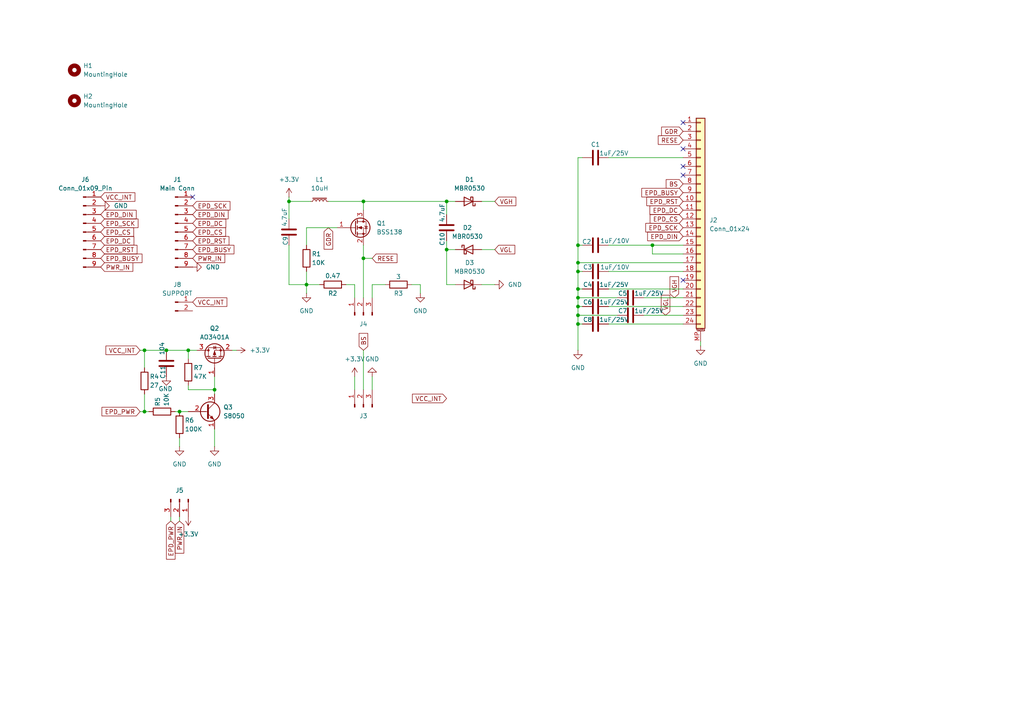
<source format=kicad_sch>
(kicad_sch (version 20231120) (generator "eeschema") (generator_version "8.0")
  (paper "A4")
  (lib_symbols
    (symbol "Connector:Conn_01x02_Pin" (pin_names (offset 1.016) hide)
      (property "Reference" "J" (at 0 2.54 0))
      (property "Value" "Conn_01x02_Pin" (at 0 -5.08 0))
      (symbol "Conn_01x02_Pin_1_1"
        (polyline (pts (xy 1.27 -2.54) (xy 0.8636 -2.54)) (stroke (width 0.1524)))
        (polyline (pts (xy 1.27 0) (xy 0.8636 0)) (stroke (width 0.1524)))
        (rectangle (start 0.8636 -2.413) (end 0 -2.667) (stroke (width 0.1524)) (fill (type outline)))
        (rectangle (start 0.8636 0.127) (end 0 -0.127) (stroke (width 0.1524)) (fill (type outline)))
        (pin passive line (at 5.08 0 180) (length 3.81) (name "Pin_1") (number "1"))
        (pin passive line (at 5.08 -2.54 180) (length 3.81) (name "Pin_2") (number "2"))
      )
    )
    (symbol "Connector:Conn_01x03_Pin" (pin_names (offset 1.016) hide)
      (property "Reference" "J" (at 0 5.08 0))
      (property "Value" "Conn_01x03_Pin" (at 0 -5.08 0))
      (symbol "Conn_01x03_Pin_1_1"
        (polyline (pts (xy 1.27 -2.54) (xy 0.8636 -2.54)) (stroke (width 0.1524)))
        (polyline (pts (xy 1.27 0) (xy 0.8636 0)) (stroke (width 0.1524)))
        (polyline (pts (xy 1.27 2.54) (xy 0.8636 2.54)) (stroke (width 0.1524)))
        (rectangle (start 0.8636 -2.413) (end 0 -2.667) (stroke (width 0.1524)) (fill (type outline)))
        (rectangle (start 0.8636 0.127) (end 0 -0.127) (stroke (width 0.1524)) (fill (type outline)))
        (rectangle (start 0.8636 2.667) (end 0 2.413) (stroke (width 0.1524)) (fill (type outline)))
        (pin passive line (at 5.08 2.54 180) (length 3.81) (name "Pin_1") (number "1"))
        (pin passive line (at 5.08 0 180) (length 3.81) (name "Pin_2") (number "2"))
        (pin passive line (at 5.08 -2.54 180) (length 3.81) (name "Pin_3") (number "3"))
      )
    )
    (symbol "Connector:Conn_01x09_Pin" (pin_names (offset 1.016) hide)
      (property "Reference" "J" (at 0 12.7 0))
      (property "Value" "Conn_01x09_Pin" (at 0 -12.7 0))
      (symbol "Conn_01x09_Pin_1_1"
        (polyline (pts (xy 1.27 -10.16) (xy 0.8636 -10.16)) (stroke (width 0.1524)))
        (polyline (pts (xy 1.27 -7.62) (xy 0.8636 -7.62)) (stroke (width 0.1524)))
        (polyline (pts (xy 1.27 -5.08) (xy 0.8636 -5.08)) (stroke (width 0.1524)))
        (polyline (pts (xy 1.27 -2.54) (xy 0.8636 -2.54)) (stroke (width 0.1524)))
        (polyline (pts (xy 1.27 0) (xy 0.8636 0)) (stroke (width 0.1524)))
        (polyline (pts (xy 1.27 2.54) (xy 0.8636 2.54)) (stroke (width 0.1524)))
        (polyline (pts (xy 1.27 5.08) (xy 0.8636 5.08)) (stroke (width 0.1524)))
        (polyline (pts (xy 1.27 7.62) (xy 0.8636 7.62)) (stroke (width 0.1524)))
        (polyline (pts (xy 1.27 10.16) (xy 0.8636 10.16)) (stroke (width 0.1524)))
        (rectangle (start 0.8636 -10.033) (end 0 -10.287) (stroke (width 0.1524)) (fill (type outline)))
        (rectangle (start 0.8636 -7.493) (end 0 -7.747) (stroke (width 0.1524)) (fill (type outline)))
        (rectangle (start 0.8636 -4.953) (end 0 -5.207) (stroke (width 0.1524)) (fill (type outline)))
        (rectangle (start 0.8636 -2.413) (end 0 -2.667) (stroke (width 0.1524)) (fill (type outline)))
        (rectangle (start 0.8636 0.127) (end 0 -0.127) (stroke (width 0.1524)) (fill (type outline)))
        (rectangle (start 0.8636 2.667) (end 0 2.413) (stroke (width 0.1524)) (fill (type outline)))
        (rectangle (start 0.8636 5.207) (end 0 4.953) (stroke (width 0.1524)) (fill (type outline)))
        (rectangle (start 0.8636 7.747) (end 0 7.493) (stroke (width 0.1524)) (fill (type outline)))
        (rectangle (start 0.8636 10.287) (end 0 10.033) (stroke (width 0.1524)) (fill (type outline)))
        (pin passive line (at 5.08 10.16 180) (length 3.81) (name "Pin_1") (number "1"))
        (pin passive line (at 5.08 7.62 180) (length 3.81) (name "Pin_2") (number "2"))
        (pin passive line (at 5.08 5.08 180) (length 3.81) (name "Pin_3") (number "3"))
        (pin passive line (at 5.08 2.54 180) (length 3.81) (name "Pin_4") (number "4"))
        (pin passive line (at 5.08 0 180) (length 3.81) (name "Pin_5") (number "5"))
        (pin passive line (at 5.08 -2.54 180) (length 3.81) (name "Pin_6") (number "6"))
        (pin passive line (at 5.08 -5.08 180) (length 3.81) (name "Pin_7") (number "7"))
        (pin passive line (at 5.08 -7.62 180) (length 3.81) (name "Pin_8") (number "8"))
        (pin passive line (at 5.08 -10.16 180) (length 3.81) (name "Pin_9") (number "9"))
      )
    )
    (symbol "Connector_Generic_MountingPin:Conn_01x24_MountingPin" (pin_names (offset 1.016) hide)
      (property "Reference" "J" (at 0 30.48 0))
      (property "Value" "Conn_01x24_MountingPin" (at 1.27 -33.02 0))
      (symbol "Conn_01x24_MountingPin_1_1"
        (rectangle (start -1.27 -30.353) (end 0 -30.607) (stroke (width 0.1524)))
        (rectangle (start -1.27 -27.813) (end 0 -28.067) (stroke (width 0.1524)))
        (rectangle (start -1.27 -25.273) (end 0 -25.527) (stroke (width 0.1524)))
        (rectangle (start -1.27 -22.733) (end 0 -22.987) (stroke (width 0.1524)))
        (rectangle (start -1.27 -20.193) (end 0 -20.447) (stroke (width 0.1524)))
        (rectangle (start -1.27 -17.653) (end 0 -17.907) (stroke (width 0.1524)))
        (rectangle (start -1.27 -15.113) (end 0 -15.367) (stroke (width 0.1524)))
        (rectangle (start -1.27 -12.573) (end 0 -12.827) (stroke (width 0.1524)))
        (rectangle (start -1.27 -10.033) (end 0 -10.287) (stroke (width 0.1524)))
        (rectangle (start -1.27 -7.493) (end 0 -7.747) (stroke (width 0.1524)))
        (rectangle (start -1.27 -4.953) (end 0 -5.207) (stroke (width 0.1524)))
        (rectangle (start -1.27 -2.413) (end 0 -2.667) (stroke (width 0.1524)))
        (rectangle (start -1.27 0.127) (end 0 -0.127) (stroke (width 0.1524)))
        (rectangle (start -1.27 2.667) (end 0 2.413) (stroke (width 0.1524)))
        (rectangle (start -1.27 5.207) (end 0 4.953) (stroke (width 0.1524)))
        (rectangle (start -1.27 7.747) (end 0 7.493) (stroke (width 0.1524)))
        (rectangle (start -1.27 10.287) (end 0 10.033) (stroke (width 0.1524)))
        (rectangle (start -1.27 12.827) (end 0 12.573) (stroke (width 0.1524)))
        (rectangle (start -1.27 15.367) (end 0 15.113) (stroke (width 0.1524)))
        (rectangle (start -1.27 17.907) (end 0 17.653) (stroke (width 0.1524)))
        (rectangle (start -1.27 20.447) (end 0 20.193) (stroke (width 0.1524)))
        (rectangle (start -1.27 22.987) (end 0 22.733) (stroke (width 0.1524)))
        (rectangle (start -1.27 25.527) (end 0 25.273) (stroke (width 0.1524)))
        (rectangle (start -1.27 28.067) (end 0 27.813) (stroke (width 0.1524)))
        (rectangle (start -1.27 29.21) (end 1.27 -31.75) (stroke (width 0.254)) (fill (type background)))
        (polyline (pts (xy -1.016 -32.512) (xy 1.016 -32.512)) (stroke (width 0.1524)))
        (text "Mounting" (at 0 -32.131 0) (effects (font (size 0.381 0.381))))
        (pin passive line (at -5.08 27.94 0) (length 3.81) (name "Pin_1") (number "1"))
        (pin passive line (at -5.08 5.08 0) (length 3.81) (name "Pin_10") (number "10"))
        (pin passive line (at -5.08 2.54 0) (length 3.81) (name "Pin_11") (number "11"))
        (pin passive line (at -5.08 0 0) (length 3.81) (name "Pin_12") (number "12"))
        (pin passive line (at -5.08 -2.54 0) (length 3.81) (name "Pin_13") (number "13"))
        (pin passive line (at -5.08 -5.08 0) (length 3.81) (name "Pin_14") (number "14"))
        (pin passive line (at -5.08 -7.62 0) (length 3.81) (name "Pin_15") (number "15"))
        (pin passive line (at -5.08 -10.16 0) (length 3.81) (name "Pin_16") (number "16"))
        (pin passive line (at -5.08 -12.7 0) (length 3.81) (name "Pin_17") (number "17"))
        (pin passive line (at -5.08 -15.24 0) (length 3.81) (name "Pin_18") (number "18"))
        (pin passive line (at -5.08 -17.78 0) (length 3.81) (name "Pin_19") (number "19"))
        (pin passive line (at -5.08 25.4 0) (length 3.81) (name "Pin_2") (number "2"))
        (pin passive line (at -5.08 -20.32 0) (length 3.81) (name "Pin_20") (number "20"))
        (pin passive line (at -5.08 -22.86 0) (length 3.81) (name "Pin_21") (number "21"))
        (pin passive line (at -5.08 -25.4 0) (length 3.81) (name "Pin_22") (number "22"))
        (pin passive line (at -5.08 -27.94 0) (length 3.81) (name "Pin_23") (number "23"))
        (pin passive line (at -5.08 -30.48 0) (length 3.81) (name "Pin_24") (number "24"))
        (pin passive line (at -5.08 22.86 0) (length 3.81) (name "Pin_3") (number "3"))
        (pin passive line (at -5.08 20.32 0) (length 3.81) (name "Pin_4") (number "4"))
        (pin passive line (at -5.08 17.78 0) (length 3.81) (name "Pin_5") (number "5"))
        (pin passive line (at -5.08 15.24 0) (length 3.81) (name "Pin_6") (number "6"))
        (pin passive line (at -5.08 12.7 0) (length 3.81) (name "Pin_7") (number "7"))
        (pin passive line (at -5.08 10.16 0) (length 3.81) (name "Pin_8") (number "8"))
        (pin passive line (at -5.08 7.62 0) (length 3.81) (name "Pin_9") (number "9"))
        (pin passive line (at 0 -35.56 90) (length 3.048) (name "MountPin") (number "MP"))
      )
    )
    (symbol "Device:C" (pin_numbers hide) (pin_names (offset 0.254))
      (property "Reference" "C" (at 0.635 2.54 0))
      (property "Value" "C" (at 0.635 -2.54 0))
      (symbol "C_0_1"
        (polyline (pts (xy -2.032 -0.762) (xy 2.032 -0.762)) (stroke (width 0.508)))
        (polyline (pts (xy -2.032 0.762) (xy 2.032 0.762)) (stroke (width 0.508)))
      )
      (symbol "C_1_1"
        (pin passive line (at 0 3.81 270) (length 2.794) (name "~") (number "1"))
        (pin passive line (at 0 -3.81 90) (length 2.794) (name "~") (number "2"))
      )
    )
    (symbol "Device:L_Iron_Small" (pin_numbers hide) (pin_names (offset 0.254) hide)
      (property "Reference" "L" (at 1.27 1.016 0))
      (property "Value" "L_Iron_Small" (at 1.27 -1.27 0))
      (symbol "L_Iron_Small_0_1"
        (arc (start 0 -2.032) (mid 0.5058 -1.524) (end 0 -1.016))
        (arc (start 0 -1.016) (mid 0.5058 -0.508) (end 0 0))
        (polyline (pts (xy 0.762 2.032) (xy 0.762 -2.032)))
        (polyline (pts (xy 1.016 -2.032) (xy 1.016 2.032)))
        (arc (start 0 0) (mid 0.5058 0.508) (end 0 1.016))
        (arc (start 0 1.016) (mid 0.5058 1.524) (end 0 2.032))
      )
      (symbol "L_Iron_Small_1_1"
        (pin passive line (at 0 2.54 270) (length 0.508) (name "~") (number "1"))
        (pin passive line (at 0 -2.54 90) (length 0.508) (name "~") (number "2"))
      )
    )
    (symbol "Device:R" (pin_numbers hide) (pin_names (offset 0))
      (property "Reference" "R" (at 2.032 0 90))
      (property "Value" "R" (at 0 0 90))
      (symbol "R_0_1"
        (rectangle (start -1.016 -2.54) (end 1.016 2.54) (stroke (width 0.254)))
      )
      (symbol "R_1_1"
        (pin passive line (at 0 3.81 270) (length 1.27) (name "~") (number "1"))
        (pin passive line (at 0 -3.81 90) (length 1.27) (name "~") (number "2"))
      )
    )
    (symbol "Diode:MBR0530" (pin_numbers hide) (pin_names (offset 1.016) hide)
      (property "Reference" "D" (at 0 2.54 0))
      (property "Value" "MBR0530" (at 0 -2.54 0))
      (symbol "MBR0530_0_1"
        (polyline (pts (xy 1.27 0) (xy -1.27 0)))
        (polyline (pts (xy 1.27 1.27) (xy 1.27 -1.27) (xy -1.27 0) (xy 1.27 1.27)) (stroke (width 0.254)))
        (polyline (pts (xy -1.905 0.635) (xy -1.905 1.27) (xy -1.27 1.27) (xy -1.27 -1.27) (xy -0.635 -1.27) (xy -0.635 -0.635)) (stroke (width 0.254)))
      )
      (symbol "MBR0530_1_1"
        (pin passive line (at -3.81 0 0) (length 2.54) (name "K") (number "1"))
        (pin passive line (at 3.81 0 180) (length 2.54) (name "A") (number "2"))
      )
    )
    (symbol "Mechanical:MountingHole" (pin_names (offset 1.016)) (exclude_from_sim yes) (in_bom no)
      (property "Reference" "H" (at 0 5.08 0))
      (property "Value" "MountingHole" (at 0 3.175 0))
      (symbol "MountingHole_0_1"
        (circle (center 0 0) (radius 1.27) (stroke (width 1.27)))
      )
    )
    (symbol "Transistor_BJT:S8050" (pin_names (offset 0) hide)
      (property "Reference" "Q" (at 5.08 1.905 0))
      (property "Value" "S8050" (at 5.08 0 0))
      (symbol "S8050_0_1"
        (polyline (pts (xy 0 0) (xy 0.635 0)))
        (polyline (pts (xy 0.635 0.635) (xy 2.54 2.54)))
        (polyline (pts (xy 0.635 -0.635) (xy 2.54 -2.54) (xy 2.54 -2.54)))
        (polyline (pts (xy 0.635 1.905) (xy 0.635 -1.905) (xy 0.635 -1.905)) (stroke (width 0.508)))
        (polyline (pts (xy 1.27 -1.778) (xy 1.778 -1.27) (xy 2.286 -2.286) (xy 1.27 -1.778) (xy 1.27 -1.778)) (fill (type outline)))
        (circle (center 1.27 0) (radius 2.8194) (stroke (width 0.254)))
      )
      (symbol "S8050_1_1"
        (pin passive line (at 2.54 -5.08 90) (length 2.54) (name "E") (number "1"))
        (pin input line (at -5.08 0 0) (length 5.08) (name "B") (number "2"))
        (pin passive line (at 2.54 5.08 270) (length 2.54) (name "C") (number "3"))
      )
    )
    (symbol "Transistor_FET:AO3401A" (pin_names hide)
      (property "Reference" "Q" (at 5.08 1.905 0))
      (property "Value" "AO3401A" (at 5.08 0 0))
      (symbol "AO3401A_0_1"
        (polyline (pts (xy 0.254 0) (xy -2.54 0)))
        (polyline (pts (xy 0.254 1.905) (xy 0.254 -1.905)) (stroke (width 0.254)))
        (polyline (pts (xy 0.762 -1.27) (xy 0.762 -2.286)) (stroke (width 0.254)))
        (polyline (pts (xy 0.762 0.508) (xy 0.762 -0.508)) (stroke (width 0.254)))
        (polyline (pts (xy 0.762 2.286) (xy 0.762 1.27)) (stroke (width 0.254)))
        (polyline (pts (xy 2.54 2.54) (xy 2.54 1.778)))
        (polyline (pts (xy 2.54 -2.54) (xy 2.54 0) (xy 0.762 0)))
        (polyline (pts (xy 0.762 1.778) (xy 3.302 1.778) (xy 3.302 -1.778) (xy 0.762 -1.778)))
        (polyline (pts (xy 2.286 0) (xy 1.27 0.381) (xy 1.27 -0.381) (xy 2.286 0)) (fill (type outline)))
        (polyline (pts (xy 2.794 -0.508) (xy 2.921 -0.381) (xy 3.683 -0.381) (xy 3.81 -0.254)))
        (polyline (pts (xy 3.302 -0.381) (xy 2.921 0.254) (xy 3.683 0.254) (xy 3.302 -0.381)))
        (circle (center 1.651 0) (radius 2.794) (stroke (width 0.254)))
        (circle (center 2.54 -1.778) (radius 0.254) (fill (type outline)))
        (circle (center 2.54 1.778) (radius 0.254) (fill (type outline)))
      )
      (symbol "AO3401A_1_1"
        (pin input line (at -5.08 0 0) (length 2.54) (name "G") (number "1"))
        (pin passive line (at 2.54 -5.08 90) (length 2.54) (name "S") (number "2"))
        (pin passive line (at 2.54 5.08 270) (length 2.54) (name "D") (number "3"))
      )
    )
    (symbol "Transistor_FET:BSS138" (pin_names hide)
      (property "Reference" "Q" (at 5.08 1.905 0))
      (property "Value" "BSS138" (at 5.08 0 0))
      (symbol "BSS138_0_1"
        (polyline (pts (xy 0.254 0) (xy -2.54 0)))
        (polyline (pts (xy 0.254 1.905) (xy 0.254 -1.905)) (stroke (width 0.254)))
        (polyline (pts (xy 0.762 -1.27) (xy 0.762 -2.286)) (stroke (width 0.254)))
        (polyline (pts (xy 0.762 0.508) (xy 0.762 -0.508)) (stroke (width 0.254)))
        (polyline (pts (xy 0.762 2.286) (xy 0.762 1.27)) (stroke (width 0.254)))
        (polyline (pts (xy 2.54 2.54) (xy 2.54 1.778)))
        (polyline (pts (xy 2.54 -2.54) (xy 2.54 0) (xy 0.762 0)))
        (polyline (pts (xy 0.762 -1.778) (xy 3.302 -1.778) (xy 3.302 1.778) (xy 0.762 1.778)))
        (polyline (pts (xy 1.016 0) (xy 2.032 0.381) (xy 2.032 -0.381) (xy 1.016 0)) (fill (type outline)))
        (polyline (pts (xy 2.794 0.508) (xy 2.921 0.381) (xy 3.683 0.381) (xy 3.81 0.254)))
        (polyline (pts (xy 3.302 0.381) (xy 2.921 -0.254) (xy 3.683 -0.254) (xy 3.302 0.381)))
        (circle (center 1.651 0) (radius 2.794) (stroke (width 0.254)))
        (circle (center 2.54 -1.778) (radius 0.254) (fill (type outline)))
        (circle (center 2.54 1.778) (radius 0.254) (fill (type outline)))
      )
      (symbol "BSS138_1_1"
        (pin input line (at -5.08 0 0) (length 2.54) (name "G") (number "1"))
        (pin passive line (at 2.54 -5.08 90) (length 2.54) (name "S") (number "2"))
        (pin passive line (at 2.54 5.08 270) (length 2.54) (name "D") (number "3"))
      )
    )
    (symbol "power:+3.3V" (power) (pin_numbers hide) (pin_names (offset 0) hide)
      (property "Value" "+3.3V" (at 0 3.556 0))
      (symbol "+3.3V_0_1"
        (polyline (pts (xy -0.762 1.27) (xy 0 2.54)))
        (polyline (pts (xy 0 0) (xy 0 2.54)))
        (polyline (pts (xy 0 2.54) (xy 0.762 1.27)))
      )
      (symbol "+3.3V_1_1"
        (pin power_in line (at 0 0 90) (length 0) (name "~") (number "1"))
      )
    )
    (symbol "power:GND" (power) (pin_numbers hide) (pin_names (offset 0) hide)
      (property "Value" "GND" (at 0 -3.81 0))
      (symbol "GND_0_1"
        (polyline (pts (xy 0 0) (xy 0 -1.27) (xy 1.27 -1.27) (xy 0 -2.54) (xy -1.27 -1.27) (xy 0 -1.27)))
      )
      (symbol "GND_1_1"
        (pin power_in line (at 0 0 270) (length 0) (name "~") (number "1"))
      )
    )
  )
  (junction (at 167.64 93.98))
  (junction (at 62.23 113.03))
  (junction (at 83.82 58.42))
  (junction (at 105.41 74.93))
  (junction (at 167.64 86.36))
  (junction (at 48.26 101.6))
  (junction (at 167.64 83.82))
  (junction (at 129.54 72.39))
  (junction (at 167.64 71.12))
  (junction (at 105.41 58.42))
  (junction (at 167.64 78.74))
  (junction (at 189.23 71.12))
  (junction (at 167.64 88.9))
  (junction (at 41.91 119.38))
  (junction (at 167.64 91.44))
  (junction (at 54.61 101.6))
  (junction (at 41.91 101.6))
  (junction (at 129.54 58.42))
  (junction (at 52.07 119.38))
  (junction (at 88.9 82.55))
  (junction (at 167.64 76.2))
  (no_connect (at 55.88 57.15))
  (no_connect (at 198.12 43.18))
  (no_connect (at 198.12 50.8))
  (no_connect (at 198.12 48.26))
  (no_connect (at 198.12 81.28))
  (no_connect (at 198.12 35.56))
  (wire (pts (xy 67.31 101.6) (xy 68.58 101.6)))
  (wire (pts (xy 95.25 58.42) (xy 105.41 58.42)))
  (wire (pts (xy 203.2 100.33) (xy 203.2 99.06)))
  (wire (pts (xy 167.64 83.82) (xy 167.64 86.36)))
  (wire (pts (xy 83.82 82.55) (xy 88.9 82.55)))
  (wire (pts (xy 167.64 91.44) (xy 179.07 91.44)))
  (wire (pts (xy 107.95 82.55) (xy 107.95 86.36)))
  (wire (pts (xy 168.91 71.12) (xy 167.64 71.12)))
  (wire (pts (xy 54.61 101.6) (xy 54.61 104.14)))
  (wire (pts (xy 41.91 119.38) (xy 43.18 119.38)))
  (wire (pts (xy 50.8 119.38) (xy 52.07 119.38)))
  (wire (pts (xy 83.82 58.42) (xy 90.17 58.42)))
  (wire (pts (xy 167.64 76.2) (xy 198.12 76.2)))
  (wire (pts (xy 186.69 86.36) (xy 198.12 86.36)))
  (wire (pts (xy 167.64 78.74) (xy 168.91 78.74)))
  (wire (pts (xy 139.7 58.42) (xy 143.51 58.42)))
  (wire (pts (xy 176.53 88.9) (xy 198.12 88.9)))
  (wire (pts (xy 186.69 91.44) (xy 198.12 91.44)))
  (wire (pts (xy 88.9 85.09) (xy 88.9 82.55)))
  (wire (pts (xy 49.53 151.13) (xy 49.53 149.86)))
  (wire (pts (xy 83.82 71.12) (xy 83.82 82.55)))
  (wire (pts (xy 105.41 58.42) (xy 129.54 58.42)))
  (wire (pts (xy 189.23 73.66) (xy 189.23 71.12)))
  (wire (pts (xy 167.64 93.98) (xy 168.91 93.98)))
  (wire (pts (xy 198.12 73.66) (xy 189.23 73.66)))
  (wire (pts (xy 54.61 113.03) (xy 62.23 113.03)))
  (wire (pts (xy 102.87 109.22) (xy 102.87 113.03)))
  (wire (pts (xy 54.61 101.6) (xy 57.15 101.6)))
  (wire (pts (xy 167.64 76.2) (xy 167.64 78.74)))
  (wire (pts (xy 100.33 82.55) (xy 102.87 82.55)))
  (wire (pts (xy 176.53 93.98) (xy 198.12 93.98)))
  (wire (pts (xy 105.41 74.93) (xy 107.95 74.93)))
  (wire (pts (xy 41.91 119.38) (xy 40.64 119.38)))
  (wire (pts (xy 102.87 82.55) (xy 102.87 86.36)))
  (wire (pts (xy 167.64 88.9) (xy 168.91 88.9)))
  (wire (pts (xy 167.64 83.82) (xy 168.91 83.82)))
  (wire (pts (xy 139.7 82.55) (xy 143.51 82.55)))
  (wire (pts (xy 107.95 109.22) (xy 107.95 113.03)))
  (wire (pts (xy 62.23 124.46) (xy 62.23 129.54)))
  (wire (pts (xy 167.64 93.98) (xy 167.64 101.6)))
  (wire (pts (xy 62.23 113.03) (xy 62.23 114.3)))
  (wire (pts (xy 88.9 66.04) (xy 97.79 66.04)))
  (wire (pts (xy 52.07 127) (xy 52.07 129.54)))
  (wire (pts (xy 168.91 45.72) (xy 167.64 45.72)))
  (wire (pts (xy 105.41 74.93) (xy 105.41 86.36)))
  (wire (pts (xy 129.54 58.42) (xy 129.54 62.23)))
  (wire (pts (xy 105.41 101.6) (xy 105.41 113.03)))
  (wire (pts (xy 129.54 72.39) (xy 129.54 82.55)))
  (wire (pts (xy 41.91 101.6) (xy 41.91 106.68)))
  (wire (pts (xy 62.23 109.22) (xy 62.23 113.03)))
  (wire (pts (xy 88.9 71.12) (xy 88.9 66.04)))
  (wire (pts (xy 41.91 114.3) (xy 41.91 119.38)))
  (wire (pts (xy 121.92 82.55) (xy 119.38 82.55)))
  (wire (pts (xy 176.53 78.74) (xy 198.12 78.74)))
  (wire (pts (xy 167.64 71.12) (xy 167.64 76.2)))
  (wire (pts (xy 121.92 85.09) (xy 121.92 82.55)))
  (wire (pts (xy 176.53 71.12) (xy 189.23 71.12)))
  (wire (pts (xy 88.9 82.55) (xy 92.71 82.55)))
  (wire (pts (xy 189.23 71.12) (xy 198.12 71.12)))
  (wire (pts (xy 83.82 57.15) (xy 83.82 58.42)))
  (wire (pts (xy 167.64 91.44) (xy 167.64 93.98)))
  (wire (pts (xy 111.76 82.55) (xy 107.95 82.55)))
  (wire (pts (xy 83.82 58.42) (xy 83.82 63.5)))
  (wire (pts (xy 54.61 113.03) (xy 54.61 111.76)))
  (wire (pts (xy 167.64 78.74) (xy 167.64 83.82)))
  (wire (pts (xy 52.07 151.13) (xy 52.07 149.86)))
  (wire (pts (xy 167.64 45.72) (xy 167.64 71.12)))
  (wire (pts (xy 139.7 72.39) (xy 143.51 72.39)))
  (wire (pts (xy 129.54 69.85) (xy 129.54 72.39)))
  (wire (pts (xy 52.07 119.38) (xy 54.61 119.38)))
  (wire (pts (xy 88.9 78.74) (xy 88.9 82.55)))
  (wire (pts (xy 48.26 101.6) (xy 54.61 101.6)))
  (wire (pts (xy 167.64 86.36) (xy 179.07 86.36)))
  (wire (pts (xy 167.64 86.36) (xy 167.64 88.9)))
  (wire (pts (xy 129.54 82.55) (xy 132.08 82.55)))
  (wire (pts (xy 40.64 101.6) (xy 41.91 101.6)))
  (wire (pts (xy 176.53 45.72) (xy 198.12 45.72)))
  (wire (pts (xy 41.91 101.6) (xy 48.26 101.6)))
  (wire (pts (xy 167.64 88.9) (xy 167.64 91.44)))
  (wire (pts (xy 129.54 58.42) (xy 132.08 58.42)))
  (wire (pts (xy 129.54 72.39) (xy 132.08 72.39)))
  (wire (pts (xy 176.53 83.82) (xy 198.12 83.82)))
  (wire (pts (xy 105.41 58.42) (xy 105.41 60.96)))
  (wire (pts (xy 105.41 71.12) (xy 105.41 74.93)))
  (global_label "EPD_BUSY" (shape input) (at 198.12 55.88 180) (property "Intersheetrefs" "${INTERSHEET_REFS}" (effects (hide yes))))
  (global_label "PWR_IN" (shape input) (at 55.88 74.93 0) (property "Intersheetrefs" "${INTERSHEET_REFS}" (effects (hide yes))))
  (global_label "GDR" (shape input) (at 95.25 66.04 270) (property "Intersheetrefs" "${INTERSHEET_REFS}" (effects (hide yes))))
  (global_label "EPD_SCK" (shape input) (at 198.12 66.04 180) (property "Intersheetrefs" "${INTERSHEET_REFS}" (effects (hide yes))))
  (global_label "BS" (shape input) (at 198.12 53.34 180) (property "Intersheetrefs" "${INTERSHEET_REFS}" (effects (hide yes))))
  (global_label "EPD_SCK" (shape input) (at 55.88 59.69 0) (property "Intersheetrefs" "${INTERSHEET_REFS}" (effects (hide yes))))
  (global_label "BS" (shape input) (at 105.41 101.6 90) (property "Intersheetrefs" "${INTERSHEET_REFS}" (effects (hide yes))))
  (global_label "VGL" (shape input) (at 193.04 91.44 90) (property "Intersheetrefs" "${INTERSHEET_REFS}" (effects (hide yes))))
  (global_label "VCC_INT" (shape input) (at 55.88 87.63 0) (property "Intersheetrefs" "${INTERSHEET_REFS}" (effects (hide yes))))
  (global_label "EPD_DC" (shape input) (at 55.88 64.77 0) (property "Intersheetrefs" "${INTERSHEET_REFS}" (effects (hide yes))))
  (global_label "EPD_BUSY" (shape input) (at 55.88 72.39 0) (property "Intersheetrefs" "${INTERSHEET_REFS}" (effects (hide yes))))
  (global_label "EPD_PWR" (shape input) (at 40.64 119.38 180) (property "Intersheetrefs" "${INTERSHEET_REFS}" (effects (hide yes))))
  (global_label "EPD_RST" (shape input) (at 55.88 69.85 0) (property "Intersheetrefs" "${INTERSHEET_REFS}" (effects (hide yes))))
  (global_label "EPD_DIN" (shape input) (at 29.21 62.23 0) (property "Intersheetrefs" "${INTERSHEET_REFS}" (effects (hide yes))))
  (global_label "VGH" (shape input) (at 143.51 58.42 0) (property "Intersheetrefs" "${INTERSHEET_REFS}" (effects (hide yes))))
  (global_label "EPD_CS" (shape input) (at 29.21 67.31 0) (property "Intersheetrefs" "${INTERSHEET_REFS}" (effects (hide yes))))
  (global_label "EPD_DIN" (shape input) (at 198.12 68.58 180) (property "Intersheetrefs" "${INTERSHEET_REFS}" (effects (hide yes))))
  (global_label "EPD_RST" (shape input) (at 29.21 72.39 0) (property "Intersheetrefs" "${INTERSHEET_REFS}" (effects (hide yes))))
  (global_label "EPD_CS" (shape input) (at 198.12 63.5 180) (property "Intersheetrefs" "${INTERSHEET_REFS}" (effects (hide yes))))
  (global_label "EPD_CS" (shape input) (at 55.88 67.31 0) (property "Intersheetrefs" "${INTERSHEET_REFS}" (effects (hide yes))))
  (global_label "EPD_PWR" (shape input) (at 49.53 151.13 270) (property "Intersheetrefs" "${INTERSHEET_REFS}" (effects (hide yes))))
  (global_label "VGH" (shape input) (at 195.58 86.36 90) (property "Intersheetrefs" "${INTERSHEET_REFS}" (effects (hide yes))))
  (global_label "EPD_DC" (shape input) (at 198.12 60.96 180) (property "Intersheetrefs" "${INTERSHEET_REFS}" (effects (hide yes))))
  (global_label "GDR" (shape input) (at 198.12 38.1 180) (property "Intersheetrefs" "${INTERSHEET_REFS}" (effects (hide yes))))
  (global_label "PWR_IN" (shape input) (at 52.07 151.13 270) (property "Intersheetrefs" "${INTERSHEET_REFS}" (effects (hide yes))))
  (global_label "VCC_INT" (shape input) (at 129.54 115.57 180) (property "Intersheetrefs" "${INTERSHEET_REFS}" (effects (hide yes))))
  (global_label "EPD_DIN" (shape input) (at 55.88 62.23 0) (property "Intersheetrefs" "${INTERSHEET_REFS}" (effects (hide yes))))
  (global_label "EPD_BUSY" (shape input) (at 29.21 74.93 0) (property "Intersheetrefs" "${INTERSHEET_REFS}" (effects (hide yes))))
  (global_label "VCC_INT" (shape input) (at 29.21 57.15 0) (property "Intersheetrefs" "${INTERSHEET_REFS}" (effects (hide yes))))
  (global_label "RESE" (shape input) (at 198.12 40.64 180) (property "Intersheetrefs" "${INTERSHEET_REFS}" (effects (hide yes))))
  (global_label "VGL" (shape input) (at 143.51 72.39 0) (property "Intersheetrefs" "${INTERSHEET_REFS}" (effects (hide yes))))
  (global_label "VCC_INT" (shape input) (at 40.64 101.6 180) (property "Intersheetrefs" "${INTERSHEET_REFS}" (effects (hide yes))))
  (global_label "RESE" (shape input) (at 107.95 74.93 0) (property "Intersheetrefs" "${INTERSHEET_REFS}" (effects (hide yes))))
  (global_label "EPD_SCK" (shape input) (at 29.21 64.77 0) (property "Intersheetrefs" "${INTERSHEET_REFS}" (effects (hide yes))))
  (global_label "EPD_DC" (shape input) (at 29.21 69.85 0) (property "Intersheetrefs" "${INTERSHEET_REFS}" (effects (hide yes))))
  (global_label "EPD_RST" (shape input) (at 198.12 58.42 180) (property "Intersheetrefs" "${INTERSHEET_REFS}" (effects (hide yes))))
  (global_label "PWR_IN" (shape input) (at 29.21 77.47 0) (property "Intersheetrefs" "${INTERSHEET_REFS}" (effects (hide yes))))
  (symbol (lib_id "power:+3.3V") (at 83.82 57.15 0) (unit 1)
    (property "Reference" "#PWR04" (effects (hide yes)))
    (property "Value" "+3.3V" (at 83.82 52.07 0))
    (property "Description" "Power symbol creates a global label with name \"+3.3V\"" (effects (hide yes)))
  )
  (symbol (lib_id "power:+3.3V") (at 102.87 109.22 0) (unit 1)
    (property "Reference" "#PWR09" (effects (hide yes)))
    (property "Value" "+3.3V" (at 102.87 104.14 0))
    (property "Description" "Power symbol creates a global label with name \"+3.3V\"" (effects (hide yes)))
  )
  (symbol (lib_id "power:GND") (at 121.92 85.09 0) (unit 1)
    (property "Reference" "#PWR07" (effects (hide yes)))
    (property "Value" "GND" (at 121.92 90.17 0))
    (property "Description" "Power symbol creates a global label with name \"GND\" , ground" (effects (hide yes)))
  )
  (symbol (lib_id "Device:C") (at 172.72 88.9 270) (unit 1)
    (property "Reference" "C6" (at 170.434 87.63 90))
    (property "Value" "1uF/25V" (at 178.054 87.63 90))
    (property "Footprint" "Capacitor_SMD:C_0603_1608Metric" (effects (hide yes)))
    (property "Description" "Unpolarized capacitor" (effects (hide yes)))
  )
  (symbol (lib_id "Device:L_Iron_Small") (at 92.71 58.42 90) (unit 1)
    (property "Reference" "L1" (at 92.71 52.07 90))
    (property "Value" "10uH" (at 92.71 54.61 90))
    (property "Footprint" "Inductor_SMD:L_TDK_NLV32_3.2x2.5mm" (effects (hide yes)))
    (property "Description" "Inductor with iron core, small symbol" (effects (hide yes)))
  )
  (symbol (lib_id "Device:C") (at 172.72 71.12 270) (unit 1)
    (property "Reference" "C2" (at 170.18 70.104 90))
    (property "Value" "1uF/10V" (at 178.308 69.85 90))
    (property "Footprint" "Capacitor_SMD:C_0603_1608Metric" (effects (hide yes)))
    (property "Description" "Unpolarized capacitor" (effects (hide yes)))
  )
  (symbol (lib_id "Device:C") (at 182.88 86.36 270) (unit 1)
    (property "Reference" "C5" (at 180.594 85.09 90))
    (property "Value" "1uF/25V" (at 188.214 85.09 90))
    (property "Footprint" "Capacitor_SMD:C_0603_1608Metric" (effects (hide yes)))
    (property "Description" "Unpolarized capacitor" (effects (hide yes)))
  )
  (symbol (lib_id "Device:R") (at 46.99 119.38 90) (unit 1)
    (property "Reference" "R5" (at 45.72 117.856 0) (effects (justify left)))
    (property "Value" "10K" (at 48.26 117.856 0) (effects (justify left)))
    (property "Footprint" "Resistor_SMD:R_0603_1608Metric" (effects (hide yes)))
    (property "Description" "Resistor" (effects (hide yes)))
  )
  (symbol (lib_id "Connector:Conn_01x02_Pin") (at 50.8 87.63 0) (unit 1)
    (property "Reference" "J8" (at 51.435 82.55 0))
    (property "Value" "SUPPORT" (at 51.435 85.09 0))
    (property "Footprint" "Connector_PinHeader_2.54mm:PinHeader_1x02_P2.54mm_Vertical" (effects (hide yes)))
    (property "Description" "Generic connector, single row, 01x02, script generated" (effects (hide yes)))
  )
  (symbol (lib_id "Device:C") (at 182.88 91.44 270) (unit 1)
    (property "Reference" "C7" (at 180.594 90.17 90))
    (property "Value" "1uF/25V" (at 188.214 90.17 90))
    (property "Footprint" "Capacitor_SMD:C_0603_1608Metric" (effects (hide yes)))
    (property "Description" "Unpolarized capacitor" (effects (hide yes)))
  )
  (symbol (lib_id "power:GND") (at 167.64 101.6 0) (unit 1)
    (property "Reference" "#PWR02" (effects (hide yes)))
    (property "Value" "GND" (at 167.64 106.68 0))
    (property "Description" "Power symbol creates a global label with name \"GND\" , ground" (effects (hide yes)))
  )
  (symbol (lib_id "power:GND") (at 107.95 109.22 180) (unit 1)
    (property "Reference" "#PWR08" (effects (hide yes)))
    (property "Value" "GND" (at 107.95 104.14 0))
    (property "Description" "Power symbol creates a global label with name \"GND\" , ground" (effects (hide yes)))
  )
  (symbol (lib_id "Device:C") (at 172.72 83.82 270) (unit 1)
    (property "Reference" "C4" (at 170.434 82.55 90))
    (property "Value" "1uF/25V" (at 178.054 82.55 90))
    (property "Footprint" "Capacitor_SMD:C_0603_1608Metric" (effects (hide yes)))
    (property "Description" "Unpolarized capacitor" (effects (hide yes)))
  )
  (symbol (lib_id "Device:C") (at 83.82 67.31 0) (unit 1)
    (property "Reference" "C9" (at 82.804 69.85 90))
    (property "Value" "4.7uF" (at 82.55 62.992 90))
    (property "Footprint" "Capacitor_SMD:C_0603_1608Metric" (effects (hide yes)))
    (property "Description" "Unpolarized capacitor" (effects (hide yes)))
  )
  (symbol (lib_id "Device:C") (at 172.72 78.74 270) (unit 1)
    (property "Reference" "C3" (at 170.434 77.47 90))
    (property "Value" "1uF/10V" (at 178.308 77.47 90))
    (property "Footprint" "Capacitor_SMD:C_0603_1608Metric" (effects (hide yes)))
    (property "Description" "Unpolarized capacitor" (effects (hide yes)))
  )
  (symbol (lib_id "Mechanical:MountingHole") (at 21.59 20.32 0) (unit 1) (exclude_from_sim yes) (in_bom no)
    (property "Reference" "H1" (at 24.13 19.0499 0) (effects (justify left)))
    (property "Value" "MountingHole" (at 24.13 21.5899 0) (effects (justify left)))
    (property "Footprint" "MountingHole:MountingHole_2.2mm_M2" (effects (hide yes)))
    (property "Description" "Mounting Hole without connection" (effects (hide yes)))
  )
  (symbol (lib_id "Transistor_FET:BSS138") (at 102.87 66.04 0) (unit 1)
    (property "Reference" "Q1" (at 109.22 64.7699 0) (effects (justify left)))
    (property "Value" "BSS138" (at 109.22 67.3099 0) (effects (justify left)))
    (property "Footprint" "Package_TO_SOT_SMD:SOT-23-3" (effects (hide yes)))
    (property "Datasheet" "https://www.onsemi.com/pub/Collateral/BSS138-D.PDF" (effects (hide yes)))
    (property "Description" "50V Vds, 0.22A Id, N-Channel MOSFET, SOT-23" (effects (hide yes)))
  )
  (symbol (lib_id "power:GND") (at 29.21 59.69 90) (unit 1)
    (property "Reference" "#PWR015" (effects (hide yes)))
    (property "Value" "GND" (at 33.02 59.6899 90) (effects (justify right)))
    (property "Description" "Power symbol creates a global label with name \"GND\" , ground" (effects (hide yes)))
  )
  (symbol (lib_id "power:GND") (at 48.26 109.22 0) (unit 1)
    (property "Reference" "#PWR013" (effects (hide yes)))
    (property "Value" "GND" (at 48.006 112.776 0))
    (property "Description" "Power symbol creates a global label with name \"GND\" , ground" (effects (hide yes)))
  )
  (symbol (lib_id "Transistor_BJT:S8050") (at 59.69 119.38 0) (unit 1)
    (property "Reference" "Q3" (at 64.77 118.1099 0) (effects (justify left)))
    (property "Value" "S8050" (at 64.77 120.6499 0) (effects (justify left)))
    (property "Footprint" "Package_TO_SOT_SMD:SOT-23-3" (effects (hide yes)))
    (property "Datasheet" "http://www.unisonic.com.tw/datasheet/S8050.pdf" (effects (hide yes)))
    (property "Description" "0.7A Ic, 20V Vce, Low Voltage High Current NPN Transistor, TO-92" (effects (hide yes)))
  )
  (symbol (lib_id "power:+3.3V") (at 54.61 149.86 180) (unit 1)
    (property "Reference" "#PWR012" (effects (hide yes)))
    (property "Value" "+3.3V" (at 54.61 154.94 0))
    (property "Description" "Power symbol creates a global label with name \"+3.3V\"" (effects (hide yes)))
  )
  (symbol (lib_id "Device:R") (at 54.61 107.95 0) (unit 1)
    (property "Reference" "R7" (at 56.134 106.68 0) (effects (justify left)))
    (property "Value" "47K" (at 56.134 109.22 0) (effects (justify left)))
    (property "Footprint" "Resistor_SMD:R_0603_1608Metric" (effects (hide yes)))
    (property "Description" "Resistor" (effects (hide yes)))
  )
  (symbol (lib_id "Connector:Conn_01x03_Pin") (at 105.41 91.44 90) (unit 1)
    (property "Reference" "J4" (at 105.41 93.98 90))
    (property "Value" "Conn_01x03_Pin" (effects (hide yes)))
    (property "Footprint" "Connector_PinHeader_1.00mm:PinHeader_1x03_P1.00mm_Vertical" (effects (hide yes)))
    (property "Description" "Generic connector, single row, 01x03, script generated" (effects (hide yes)))
  )
  (symbol (lib_id "Device:R") (at 52.07 123.19 0) (unit 1)
    (property "Reference" "R6" (at 53.594 121.92 0) (effects (justify left)))
    (property "Value" "100K" (at 53.594 124.46 0) (effects (justify left)))
    (property "Footprint" "Resistor_SMD:R_0603_1608Metric" (effects (hide yes)))
    (property "Description" "Resistor" (effects (hide yes)))
  )
  (symbol (lib_id "Mechanical:MountingHole") (at 21.59 29.21 0) (unit 1) (exclude_from_sim yes) (in_bom no)
    (property "Reference" "H2" (at 24.13 27.9399 0) (effects (justify left)))
    (property "Value" "MountingHole" (at 24.13 30.4799 0) (effects (justify left)))
    (property "Footprint" "MountingHole:MountingHole_2.2mm_M2" (effects (hide yes)))
    (property "Description" "Mounting Hole without connection" (effects (hide yes)))
  )
  (symbol (lib_id "power:GND") (at 55.88 77.47 90) (unit 1)
    (property "Reference" "#PWR01" (effects (hide yes)))
    (property "Value" "GND" (at 59.69 77.4699 90) (effects (justify right)))
    (property "Description" "Power symbol creates a global label with name \"GND\" , ground" (effects (hide yes)))
  )
  (symbol (lib_id "Device:R") (at 115.57 82.55 90) (unit 1)
    (property "Reference" "R3" (at 115.57 85.09 90))
    (property "Value" "3" (at 115.57 80.264 90))
    (property "Footprint" "Resistor_SMD:R_0603_1608Metric" (effects (hide yes)))
    (property "Description" "Resistor" (effects (hide yes)))
  )
  (symbol (lib_id "Diode:MBR0530") (at 135.89 58.42 180) (unit 1)
    (property "Reference" "D1" (at 136.2075 52.07 0))
    (property "Value" "MBR0530" (at 136.2075 54.61 0))
    (property "Footprint" "Diode_SMD:D_SOD-123" (effects (hide yes)))
    (property "Datasheet" "http://www.mccsemi.com/up_pdf/MBR0520~MBR0580(SOD123).pdf" (effects (hide yes)))
    (property "Description" "30V 0.5A Schottky Power Rectifier Diode, SOD-123" (effects (hide yes)))
  )
  (symbol (lib_id "Connector:Conn_01x09_Pin") (at 50.8 67.31 0) (unit 1)
    (property "Reference" "J1" (at 51.435 52.07 0))
    (property "Value" "Main Conn" (at 51.435 54.61 0))
    (property "Footprint" "Connector_PinHeader_2.54mm:PinHeader_1x09_P2.54mm_Vertical" (effects (hide yes)))
    (property "Description" "Generic connector, single row, 01x09, script generated" (effects (hide yes)))
  )
  (symbol (lib_id "Diode:MBR0530") (at 135.89 82.55 180) (unit 1)
    (property "Reference" "D3" (at 136.2075 76.2 0))
    (property "Value" "MBR0530" (at 136.2075 78.74 0))
    (property "Footprint" "Diode_SMD:D_SOD-123" (effects (hide yes)))
    (property "Datasheet" "http://www.mccsemi.com/up_pdf/MBR0520~MBR0580(SOD123).pdf" (effects (hide yes)))
    (property "Description" "30V 0.5A Schottky Power Rectifier Diode, SOD-123" (effects (hide yes)))
  )
  (symbol (lib_id "Transistor_FET:AO3401A") (at 62.23 104.14 90) (unit 1)
    (property "Reference" "Q2" (at 62.23 95.25 90))
    (property "Value" "AO3401A" (at 62.23 97.79 90))
    (property "Footprint" "Package_TO_SOT_SMD:SOT-23-3" (effects (hide yes)))
    (property "Datasheet" "http://www.aosmd.com/pdfs/datasheet/AO3401A.pdf" (effects (hide yes)))
    (property "Description" "-4.0A Id, -30V Vds, P-Channel MOSFET, SOT-23" (effects (hide yes)))
  )
  (symbol (lib_id "Connector_Generic_MountingPin:Conn_01x24_MountingPin") (at 203.2 63.5 0) (unit 1)
    (property "Reference" "J2" (at 205.74 63.8555 0) (effects (justify left)))
    (property "Value" "Conn_01x24" (at 205.74 66.3955 0) (effects (justify left)))
    (property "Footprint" "Connector_FFC-FPC:Hirose_FH12-24S-0.5SH_1x24-1MP_P0.50mm_Horizontal" (effects (hide yes)))
    (property "Description" "Generic connectable mounting pin connector, single row, 01x24, script generated (kicad-library-utils/schlib/autogen/connector/)" (effects (hide yes)))
  )
  (symbol (lib_id "power:GND") (at 62.23 129.54 0) (unit 1)
    (property "Reference" "#PWR011" (effects (hide yes)))
    (property "Value" "GND" (at 62.23 134.62 0))
    (property "Description" "Power symbol creates a global label with name \"GND\" , ground" (effects (hide yes)))
  )
  (symbol (lib_id "power:GND") (at 203.2 100.33 0) (unit 1)
    (property "Reference" "#PWR014" (effects (hide yes)))
    (property "Value" "GND" (at 203.2 105.41 0))
    (property "Description" "Power symbol creates a global label with name \"GND\" , ground" (effects (hide yes)))
  )
  (symbol (lib_id "Device:R") (at 41.91 110.49 0) (unit 1)
    (property "Reference" "R4" (at 43.434 109.22 0) (effects (justify left)))
    (property "Value" "27" (at 43.434 111.76 0) (effects (justify left)))
    (property "Footprint" "Resistor_SMD:R_0603_1608Metric" (effects (hide yes)))
    (property "Description" "Resistor" (effects (hide yes)))
  )
  (symbol (lib_id "Device:C") (at 172.72 93.98 270) (unit 1)
    (property "Reference" "C8" (at 170.434 92.71 90))
    (property "Value" "1uF/25V" (at 178.054 92.71 90))
    (property "Footprint" "Capacitor_SMD:C_0603_1608Metric" (effects (hide yes)))
    (property "Description" "Unpolarized capacitor" (effects (hide yes)))
  )
  (symbol (lib_id "Device:C") (at 172.72 45.72 270) (unit 1)
    (property "Reference" "C1" (at 172.72 41.91 90))
    (property "Value" "1uF/25V" (at 178.054 44.45 90))
    (property "Footprint" "Capacitor_SMD:C_0603_1608Metric" (effects (hide yes)))
    (property "Description" "Unpolarized capacitor" (effects (hide yes)))
  )
  (symbol (lib_id "power:+3.3V") (at 68.58 101.6 270) (unit 1)
    (property "Reference" "#PWR03" (effects (hide yes)))
    (property "Value" "+3.3V" (at 72.39 101.5999 90) (effects (justify left)))
    (property "Description" "Power symbol creates a global label with name \"+3.3V\"" (effects (hide yes)))
  )
  (symbol (lib_id "Connector:Conn_01x03_Pin") (at 105.41 118.11 90) (unit 1)
    (property "Reference" "J3" (at 105.41 120.65 90))
    (property "Value" "Conn_01x03_Pin" (effects (hide yes)))
    (property "Footprint" "Connector_PinHeader_1.00mm:PinHeader_1x03_P1.00mm_Vertical" (effects (hide yes)))
    (property "Description" "Generic connector, single row, 01x03, script generated" (effects (hide yes)))
  )
  (symbol (lib_id "Diode:MBR0530") (at 135.89 72.39 0) (unit 1)
    (property "Reference" "D2" (at 135.5725 66.04 0))
    (property "Value" "MBR0530" (at 135.5725 68.58 0))
    (property "Footprint" "Diode_SMD:D_SOD-123" (effects (hide yes)))
    (property "Datasheet" "http://www.mccsemi.com/up_pdf/MBR0520~MBR0580(SOD123).pdf" (effects (hide yes)))
    (property "Description" "30V 0.5A Schottky Power Rectifier Diode, SOD-123" (effects (hide yes)))
  )
  (symbol (lib_id "Device:C") (at 129.54 66.04 0) (unit 1)
    (property "Reference" "C10" (at 128.27 69.342 90))
    (property "Value" "4.7uF" (at 128.27 61.722 90))
    (property "Footprint" "Capacitor_SMD:C_0603_1608Metric" (effects (hide yes)))
    (property "Description" "Unpolarized capacitor" (effects (hide yes)))
  )
  (symbol (lib_id "Device:C") (at 48.26 105.41 0) (unit 1)
    (property "Reference" "C11" (at 47.244 107.95 90))
    (property "Value" "104" (at 46.99 101.092 90))
    (property "Footprint" "Capacitor_SMD:C_0603_1608Metric" (effects (hide yes)))
    (property "Description" "Unpolarized capacitor" (effects (hide yes)))
  )
  (symbol (lib_id "Connector:Conn_01x03_Pin") (at 52.07 144.78 270) (unit 1)
    (property "Reference" "J5" (at 52.07 142.24 90))
    (property "Value" "Conn_01x03_Pin" (effects (hide yes)))
    (property "Footprint" "Connector_PinHeader_2.54mm:PinHeader_1x03_P2.54mm_Vertical" (effects (hide yes)))
    (property "Description" "Generic connector, single row, 01x03, script generated" (effects (hide yes)))
  )
  (symbol (lib_id "Device:R") (at 88.9 74.93 0) (unit 1)
    (property "Reference" "R1" (at 90.424 73.66 0) (effects (justify left)))
    (property "Value" "10K" (at 90.424 76.2 0) (effects (justify left)))
    (property "Footprint" "Resistor_SMD:R_0603_1608Metric" (effects (hide yes)))
    (property "Description" "Resistor" (effects (hide yes)))
  )
  (symbol (lib_id "power:GND") (at 52.07 129.54 0) (unit 1)
    (property "Reference" "#PWR010" (effects (hide yes)))
    (property "Value" "GND" (at 52.07 134.62 0))
    (property "Description" "Power symbol creates a global label with name \"GND\" , ground" (effects (hide yes)))
  )
  (symbol (lib_id "Device:R") (at 96.52 82.55 90) (unit 1)
    (property "Reference" "R2" (at 96.52 85.09 90))
    (property "Value" "0.47" (at 96.52 80.01 90))
    (property "Footprint" "Resistor_SMD:R_0603_1608Metric" (effects (hide yes)))
    (property "Description" "Resistor" (effects (hide yes)))
  )
  (symbol (lib_id "power:GND") (at 88.9 85.09 0) (unit 1)
    (property "Reference" "#PWR05" (effects (hide yes)))
    (property "Value" "GND" (at 88.9 90.17 0))
    (property "Description" "Power symbol creates a global label with name \"GND\" , ground" (effects (hide yes)))
  )
  (symbol (lib_id "power:GND") (at 143.51 82.55 90) (unit 1)
    (property "Reference" "#PWR06" (effects (hide yes)))
    (property "Value" "GND" (at 147.32 82.5499 90) (effects (justify right)))
    (property "Description" "Power symbol creates a global label with name \"GND\" , ground" (effects (hide yes)))
  )
  (symbol (lib_id "Connector:Conn_01x09_Pin") (at 24.13 67.31 0) (unit 1)
    (property "Reference" "J6" (at 24.765 52.07 0))
    (property "Value" "Conn_01x09_Pin" (at 24.765 54.61 0))
    (property "Description" "Generic connector, single row, 01x09, script generated" (effects (hide yes)))
  )
)
</source>
